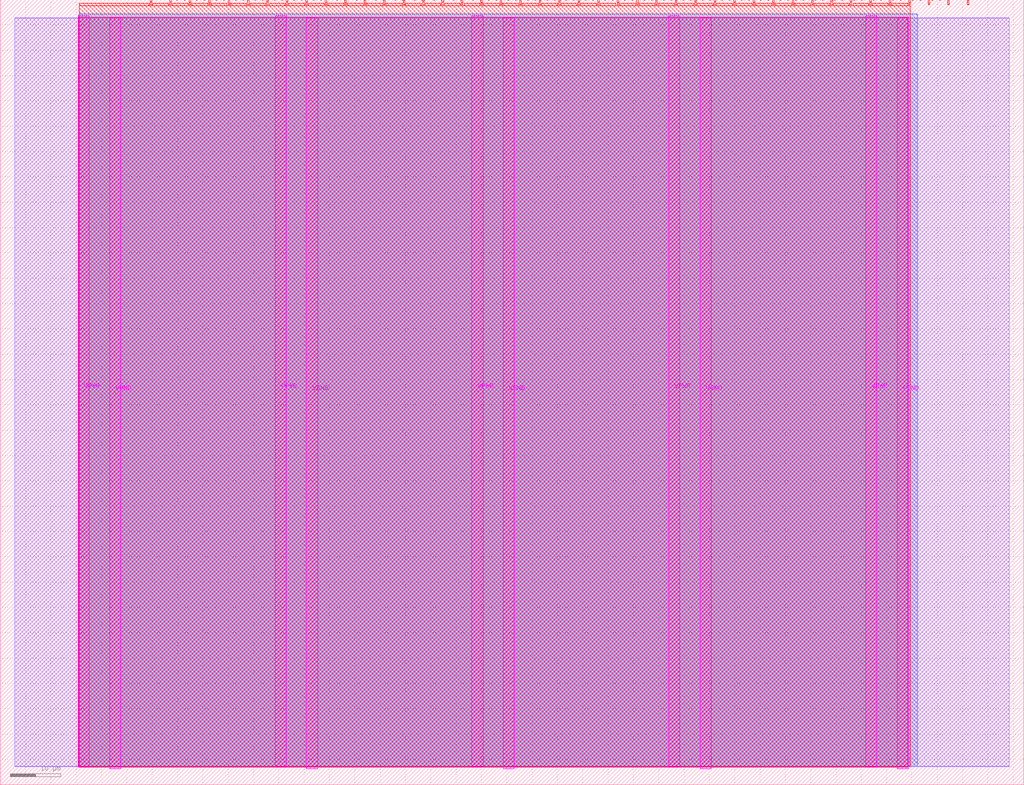
<source format=lef>
VERSION 5.7 ;
  NOWIREEXTENSIONATPIN ON ;
  DIVIDERCHAR "/" ;
  BUSBITCHARS "[]" ;
MACRO tt_um_wokwi_453674671092670465
  CLASS BLOCK ;
  FOREIGN tt_um_wokwi_453674671092670465 ;
  ORIGIN 0.000 0.000 ;
  SIZE 202.080 BY 154.980 ;
  PIN VGND
    DIRECTION INOUT ;
    USE GROUND ;
    PORT
      LAYER TopMetal1 ;
        RECT 21.580 3.150 23.780 151.420 ;
    END
    PORT
      LAYER TopMetal1 ;
        RECT 60.450 3.150 62.650 151.420 ;
    END
    PORT
      LAYER TopMetal1 ;
        RECT 99.320 3.150 101.520 151.420 ;
    END
    PORT
      LAYER TopMetal1 ;
        RECT 138.190 3.150 140.390 151.420 ;
    END
    PORT
      LAYER TopMetal1 ;
        RECT 177.060 3.150 179.260 151.420 ;
    END
  END VGND
  PIN VPWR
    DIRECTION INOUT ;
    USE POWER ;
    PORT
      LAYER TopMetal1 ;
        RECT 15.380 3.560 17.580 151.830 ;
    END
    PORT
      LAYER TopMetal1 ;
        RECT 54.250 3.560 56.450 151.830 ;
    END
    PORT
      LAYER TopMetal1 ;
        RECT 93.120 3.560 95.320 151.830 ;
    END
    PORT
      LAYER TopMetal1 ;
        RECT 131.990 3.560 134.190 151.830 ;
    END
    PORT
      LAYER TopMetal1 ;
        RECT 170.860 3.560 173.060 151.830 ;
    END
  END VPWR
  PIN clk
    DIRECTION INPUT ;
    USE SIGNAL ;
    PORT
      LAYER Metal4 ;
        RECT 187.050 153.980 187.350 154.980 ;
    END
  END clk
  PIN ena
    DIRECTION INPUT ;
    USE SIGNAL ;
    PORT
      LAYER Metal4 ;
        RECT 190.890 153.980 191.190 154.980 ;
    END
  END ena
  PIN rst_n
    DIRECTION INPUT ;
    USE SIGNAL ;
    PORT
      LAYER Metal4 ;
        RECT 183.210 153.980 183.510 154.980 ;
    END
  END rst_n
  PIN ui_in[0]
    DIRECTION INPUT ;
    USE SIGNAL ;
    ANTENNAGATEAREA 0.180700 ;
    PORT
      LAYER Metal4 ;
        RECT 179.370 153.980 179.670 154.980 ;
    END
  END ui_in[0]
  PIN ui_in[1]
    DIRECTION INPUT ;
    USE SIGNAL ;
    ANTENNAGATEAREA 0.180700 ;
    PORT
      LAYER Metal4 ;
        RECT 175.530 153.980 175.830 154.980 ;
    END
  END ui_in[1]
  PIN ui_in[2]
    DIRECTION INPUT ;
    USE SIGNAL ;
    ANTENNAGATEAREA 0.180700 ;
    PORT
      LAYER Metal4 ;
        RECT 171.690 153.980 171.990 154.980 ;
    END
  END ui_in[2]
  PIN ui_in[3]
    DIRECTION INPUT ;
    USE SIGNAL ;
    ANTENNAGATEAREA 0.180700 ;
    PORT
      LAYER Metal4 ;
        RECT 167.850 153.980 168.150 154.980 ;
    END
  END ui_in[3]
  PIN ui_in[4]
    DIRECTION INPUT ;
    USE SIGNAL ;
    ANTENNAGATEAREA 0.180700 ;
    PORT
      LAYER Metal4 ;
        RECT 164.010 153.980 164.310 154.980 ;
    END
  END ui_in[4]
  PIN ui_in[5]
    DIRECTION INPUT ;
    USE SIGNAL ;
    ANTENNAGATEAREA 0.180700 ;
    PORT
      LAYER Metal4 ;
        RECT 160.170 153.980 160.470 154.980 ;
    END
  END ui_in[5]
  PIN ui_in[6]
    DIRECTION INPUT ;
    USE SIGNAL ;
    ANTENNAGATEAREA 0.180700 ;
    PORT
      LAYER Metal4 ;
        RECT 156.330 153.980 156.630 154.980 ;
    END
  END ui_in[6]
  PIN ui_in[7]
    DIRECTION INPUT ;
    USE SIGNAL ;
    ANTENNAGATEAREA 0.180700 ;
    PORT
      LAYER Metal4 ;
        RECT 152.490 153.980 152.790 154.980 ;
    END
  END ui_in[7]
  PIN uio_in[0]
    DIRECTION INPUT ;
    USE SIGNAL ;
    PORT
      LAYER Metal4 ;
        RECT 148.650 153.980 148.950 154.980 ;
    END
  END uio_in[0]
  PIN uio_in[1]
    DIRECTION INPUT ;
    USE SIGNAL ;
    PORT
      LAYER Metal4 ;
        RECT 144.810 153.980 145.110 154.980 ;
    END
  END uio_in[1]
  PIN uio_in[2]
    DIRECTION INPUT ;
    USE SIGNAL ;
    PORT
      LAYER Metal4 ;
        RECT 140.970 153.980 141.270 154.980 ;
    END
  END uio_in[2]
  PIN uio_in[3]
    DIRECTION INPUT ;
    USE SIGNAL ;
    PORT
      LAYER Metal4 ;
        RECT 137.130 153.980 137.430 154.980 ;
    END
  END uio_in[3]
  PIN uio_in[4]
    DIRECTION INPUT ;
    USE SIGNAL ;
    PORT
      LAYER Metal4 ;
        RECT 133.290 153.980 133.590 154.980 ;
    END
  END uio_in[4]
  PIN uio_in[5]
    DIRECTION INPUT ;
    USE SIGNAL ;
    PORT
      LAYER Metal4 ;
        RECT 129.450 153.980 129.750 154.980 ;
    END
  END uio_in[5]
  PIN uio_in[6]
    DIRECTION INPUT ;
    USE SIGNAL ;
    PORT
      LAYER Metal4 ;
        RECT 125.610 153.980 125.910 154.980 ;
    END
  END uio_in[6]
  PIN uio_in[7]
    DIRECTION INPUT ;
    USE SIGNAL ;
    PORT
      LAYER Metal4 ;
        RECT 121.770 153.980 122.070 154.980 ;
    END
  END uio_in[7]
  PIN uio_oe[0]
    DIRECTION OUTPUT ;
    USE SIGNAL ;
    ANTENNADIFFAREA 0.299200 ;
    PORT
      LAYER Metal4 ;
        RECT 56.490 153.980 56.790 154.980 ;
    END
  END uio_oe[0]
  PIN uio_oe[1]
    DIRECTION OUTPUT ;
    USE SIGNAL ;
    ANTENNADIFFAREA 0.299200 ;
    PORT
      LAYER Metal4 ;
        RECT 52.650 153.980 52.950 154.980 ;
    END
  END uio_oe[1]
  PIN uio_oe[2]
    DIRECTION OUTPUT ;
    USE SIGNAL ;
    ANTENNADIFFAREA 0.299200 ;
    PORT
      LAYER Metal4 ;
        RECT 48.810 153.980 49.110 154.980 ;
    END
  END uio_oe[2]
  PIN uio_oe[3]
    DIRECTION OUTPUT ;
    USE SIGNAL ;
    ANTENNADIFFAREA 0.299200 ;
    PORT
      LAYER Metal4 ;
        RECT 44.970 153.980 45.270 154.980 ;
    END
  END uio_oe[3]
  PIN uio_oe[4]
    DIRECTION OUTPUT ;
    USE SIGNAL ;
    ANTENNADIFFAREA 0.299200 ;
    PORT
      LAYER Metal4 ;
        RECT 41.130 153.980 41.430 154.980 ;
    END
  END uio_oe[4]
  PIN uio_oe[5]
    DIRECTION OUTPUT ;
    USE SIGNAL ;
    ANTENNADIFFAREA 0.299200 ;
    PORT
      LAYER Metal4 ;
        RECT 37.290 153.980 37.590 154.980 ;
    END
  END uio_oe[5]
  PIN uio_oe[6]
    DIRECTION OUTPUT ;
    USE SIGNAL ;
    ANTENNADIFFAREA 0.299200 ;
    PORT
      LAYER Metal4 ;
        RECT 33.450 153.980 33.750 154.980 ;
    END
  END uio_oe[6]
  PIN uio_oe[7]
    DIRECTION OUTPUT ;
    USE SIGNAL ;
    ANTENNADIFFAREA 0.299200 ;
    PORT
      LAYER Metal4 ;
        RECT 29.610 153.980 29.910 154.980 ;
    END
  END uio_oe[7]
  PIN uio_out[0]
    DIRECTION OUTPUT ;
    USE SIGNAL ;
    ANTENNADIFFAREA 0.299200 ;
    PORT
      LAYER Metal4 ;
        RECT 87.210 153.980 87.510 154.980 ;
    END
  END uio_out[0]
  PIN uio_out[1]
    DIRECTION OUTPUT ;
    USE SIGNAL ;
    ANTENNADIFFAREA 0.299200 ;
    PORT
      LAYER Metal4 ;
        RECT 83.370 153.980 83.670 154.980 ;
    END
  END uio_out[1]
  PIN uio_out[2]
    DIRECTION OUTPUT ;
    USE SIGNAL ;
    ANTENNADIFFAREA 0.299200 ;
    PORT
      LAYER Metal4 ;
        RECT 79.530 153.980 79.830 154.980 ;
    END
  END uio_out[2]
  PIN uio_out[3]
    DIRECTION OUTPUT ;
    USE SIGNAL ;
    ANTENNADIFFAREA 0.299200 ;
    PORT
      LAYER Metal4 ;
        RECT 75.690 153.980 75.990 154.980 ;
    END
  END uio_out[3]
  PIN uio_out[4]
    DIRECTION OUTPUT ;
    USE SIGNAL ;
    ANTENNADIFFAREA 0.299200 ;
    PORT
      LAYER Metal4 ;
        RECT 71.850 153.980 72.150 154.980 ;
    END
  END uio_out[4]
  PIN uio_out[5]
    DIRECTION OUTPUT ;
    USE SIGNAL ;
    ANTENNADIFFAREA 0.299200 ;
    PORT
      LAYER Metal4 ;
        RECT 68.010 153.980 68.310 154.980 ;
    END
  END uio_out[5]
  PIN uio_out[6]
    DIRECTION OUTPUT ;
    USE SIGNAL ;
    ANTENNADIFFAREA 0.299200 ;
    PORT
      LAYER Metal4 ;
        RECT 64.170 153.980 64.470 154.980 ;
    END
  END uio_out[6]
  PIN uio_out[7]
    DIRECTION OUTPUT ;
    USE SIGNAL ;
    ANTENNADIFFAREA 0.299200 ;
    PORT
      LAYER Metal4 ;
        RECT 60.330 153.980 60.630 154.980 ;
    END
  END uio_out[7]
  PIN uo_out[0]
    DIRECTION OUTPUT ;
    USE SIGNAL ;
    ANTENNADIFFAREA 0.708600 ;
    PORT
      LAYER Metal4 ;
        RECT 117.930 153.980 118.230 154.980 ;
    END
  END uo_out[0]
  PIN uo_out[1]
    DIRECTION OUTPUT ;
    USE SIGNAL ;
    ANTENNADIFFAREA 0.708600 ;
    PORT
      LAYER Metal4 ;
        RECT 114.090 153.980 114.390 154.980 ;
    END
  END uo_out[1]
  PIN uo_out[2]
    DIRECTION OUTPUT ;
    USE SIGNAL ;
    ANTENNADIFFAREA 0.708600 ;
    PORT
      LAYER Metal4 ;
        RECT 110.250 153.980 110.550 154.980 ;
    END
  END uo_out[2]
  PIN uo_out[3]
    DIRECTION OUTPUT ;
    USE SIGNAL ;
    ANTENNADIFFAREA 0.708600 ;
    PORT
      LAYER Metal4 ;
        RECT 106.410 153.980 106.710 154.980 ;
    END
  END uo_out[3]
  PIN uo_out[4]
    DIRECTION OUTPUT ;
    USE SIGNAL ;
    ANTENNADIFFAREA 0.708600 ;
    PORT
      LAYER Metal4 ;
        RECT 102.570 153.980 102.870 154.980 ;
    END
  END uo_out[4]
  PIN uo_out[5]
    DIRECTION OUTPUT ;
    USE SIGNAL ;
    ANTENNADIFFAREA 0.708600 ;
    PORT
      LAYER Metal4 ;
        RECT 98.730 153.980 99.030 154.980 ;
    END
  END uo_out[5]
  PIN uo_out[6]
    DIRECTION OUTPUT ;
    USE SIGNAL ;
    ANTENNADIFFAREA 0.708600 ;
    PORT
      LAYER Metal4 ;
        RECT 94.890 153.980 95.190 154.980 ;
    END
  END uo_out[6]
  PIN uo_out[7]
    DIRECTION OUTPUT ;
    USE SIGNAL ;
    ANTENNADIFFAREA 0.708600 ;
    PORT
      LAYER Metal4 ;
        RECT 91.050 153.980 91.350 154.980 ;
    END
  END uo_out[7]
  OBS
      LAYER GatPoly ;
        RECT 2.880 3.630 199.200 151.350 ;
      LAYER Metal1 ;
        RECT 2.880 3.560 199.200 151.420 ;
      LAYER Metal2 ;
        RECT 15.560 3.635 181.065 152.185 ;
      LAYER Metal3 ;
        RECT 15.515 3.680 181.105 152.145 ;
      LAYER Metal4 ;
        RECT 15.560 153.770 29.400 154.240 ;
        RECT 30.120 153.770 33.240 154.240 ;
        RECT 33.960 153.770 37.080 154.240 ;
        RECT 37.800 153.770 40.920 154.240 ;
        RECT 41.640 153.770 44.760 154.240 ;
        RECT 45.480 153.770 48.600 154.240 ;
        RECT 49.320 153.770 52.440 154.240 ;
        RECT 53.160 153.770 56.280 154.240 ;
        RECT 57.000 153.770 60.120 154.240 ;
        RECT 60.840 153.770 63.960 154.240 ;
        RECT 64.680 153.770 67.800 154.240 ;
        RECT 68.520 153.770 71.640 154.240 ;
        RECT 72.360 153.770 75.480 154.240 ;
        RECT 76.200 153.770 79.320 154.240 ;
        RECT 80.040 153.770 83.160 154.240 ;
        RECT 83.880 153.770 87.000 154.240 ;
        RECT 87.720 153.770 90.840 154.240 ;
        RECT 91.560 153.770 94.680 154.240 ;
        RECT 95.400 153.770 98.520 154.240 ;
        RECT 99.240 153.770 102.360 154.240 ;
        RECT 103.080 153.770 106.200 154.240 ;
        RECT 106.920 153.770 110.040 154.240 ;
        RECT 110.760 153.770 113.880 154.240 ;
        RECT 114.600 153.770 117.720 154.240 ;
        RECT 118.440 153.770 121.560 154.240 ;
        RECT 122.280 153.770 125.400 154.240 ;
        RECT 126.120 153.770 129.240 154.240 ;
        RECT 129.960 153.770 133.080 154.240 ;
        RECT 133.800 153.770 136.920 154.240 ;
        RECT 137.640 153.770 140.760 154.240 ;
        RECT 141.480 153.770 144.600 154.240 ;
        RECT 145.320 153.770 148.440 154.240 ;
        RECT 149.160 153.770 152.280 154.240 ;
        RECT 153.000 153.770 156.120 154.240 ;
        RECT 156.840 153.770 159.960 154.240 ;
        RECT 160.680 153.770 163.800 154.240 ;
        RECT 164.520 153.770 167.640 154.240 ;
        RECT 168.360 153.770 171.480 154.240 ;
        RECT 172.200 153.770 175.320 154.240 ;
        RECT 176.040 153.770 179.160 154.240 ;
        RECT 15.560 3.635 179.620 153.770 ;
      LAYER Metal5 ;
        RECT 15.515 3.470 179.125 151.510 ;
  END
END tt_um_wokwi_453674671092670465
END LIBRARY


</source>
